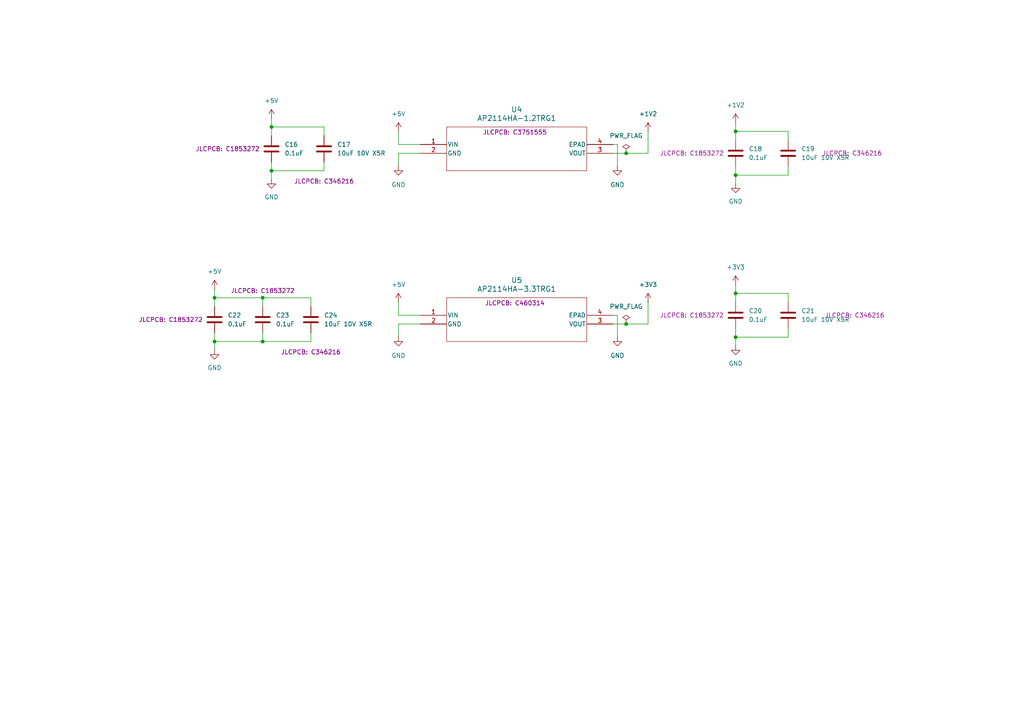
<source format=kicad_sch>
(kicad_sch (version 20231120) (generator "eeschema") (generator_version "8.0")
  (paper "A4")
  (lib_symbols
    (symbol "Device:C" (pin_numbers hide) (pin_names (offset 0.254))
      (property "Reference" "C" (at 0.635 2.54 0))
      (property "Value" "C" (at 0.635 -2.54 0))
      (symbol "C_0_1"
        (polyline (pts (xy -2.032 -0.762) (xy 2.032 -0.762)) (stroke (width 0.508)))
        (polyline (pts (xy -2.032 0.762) (xy 2.032 0.762)) (stroke (width 0.508)))
      )
      (symbol "C_1_1"
        (pin passive line (at 0 3.81 270) (length 2.794) (name "~") (number "1"))
        (pin passive line (at 0 -3.81 90) (length 2.794) (name "~") (number "2"))
      )
    )
    (symbol "Diodes:AP2114HA-1.2TRG1" (pin_names (offset 0.254))
      (property "Reference" "U" (at 27.94 10.16 0))
      (property "Value" "AP2114HA-1.2TRG1" (at 27.94 7.62 0))
      (symbol "AP2114HA-1.2TRG1_0_1"
        (polyline (pts (xy 7.62 -7.62) (xy 48.26 -7.62)) (stroke (width 0.127)))
        (polyline (pts (xy 7.62 5.08) (xy 7.62 -7.62)) (stroke (width 0.127)))
        (polyline (pts (xy 48.26 -7.62) (xy 48.26 5.08)) (stroke (width 0.127)))
        (polyline (pts (xy 48.26 5.08) (xy 7.62 5.08)) (stroke (width 0.127)))
        (pin input line (at 0 0 0) (length 7.62) (name "VIN") (number "1"))
        (pin power_in line (at 0 -2.54 0) (length 7.62) (name "GND") (number "2"))
        (pin output line (at 55.88 -2.54 180) (length 7.62) (name "VOUT") (number "3"))
        (pin unspecified line (at 55.88 0 180) (length 7.62) (name "EPAD") (number "4"))
      )
    )
    (symbol "power:+1V2" (power) (pin_numbers hide) (pin_names (offset 0) hide)
      (property "Value" "+1V2" (at 0 3.556 0))
      (symbol "+1V2_0_1"
        (polyline (pts (xy -0.762 1.27) (xy 0 2.54)))
        (polyline (pts (xy 0 0) (xy 0 2.54)))
        (polyline (pts (xy 0 2.54) (xy 0.762 1.27)))
      )
      (symbol "+1V2_1_1"
        (pin power_in line (at 0 0 90) (length 0) (name "~") (number "1"))
      )
    )
    (symbol "power:+3.3V" (power) (pin_numbers hide) (pin_names (offset 0) hide)
      (property "Value" "+3.3V" (at 0 3.556 0))
      (symbol "+3.3V_0_1"
        (polyline (pts (xy -0.762 1.27) (xy 0 2.54)))
        (polyline (pts (xy 0 0) (xy 0 2.54)))
        (polyline (pts (xy 0 2.54) (xy 0.762 1.27)))
      )
      (symbol "+3.3V_1_1"
        (pin power_in line (at 0 0 90) (length 0) (name "~") (number "1"))
      )
    )
    (symbol "power:+5V" (power) (pin_numbers hide) (pin_names (offset 0) hide)
      (property "Value" "+5V" (at 0 3.556 0))
      (symbol "+5V_0_1"
        (polyline (pts (xy -0.762 1.27) (xy 0 2.54)))
        (polyline (pts (xy 0 0) (xy 0 2.54)))
        (polyline (pts (xy 0 2.54) (xy 0.762 1.27)))
      )
      (symbol "+5V_1_1"
        (pin power_in line (at 0 0 90) (length 0) (name "~") (number "1"))
      )
    )
    (symbol "power:GND" (power) (pin_numbers hide) (pin_names (offset 0) hide)
      (property "Value" "GND" (at 0 -3.81 0))
      (symbol "GND_0_1"
        (polyline (pts (xy 0 0) (xy 0 -1.27) (xy 1.27 -1.27) (xy 0 -2.54) (xy -1.27 -1.27) (xy 0 -1.27)))
      )
      (symbol "GND_1_1"
        (pin power_in line (at 0 0 270) (length 0) (name "~") (number "1"))
      )
    )
    (symbol "power:PWR_FLAG" (power) (pin_numbers hide) (pin_names (offset 0) hide)
      (property "Value" "PWR_FLAG" (at 0 3.81 0))
      (symbol "PWR_FLAG_0_0"
        (pin power_out line (at 0 0 90) (length 0) (name "~") (number "1"))
      )
      (symbol "PWR_FLAG_0_1"
        (polyline (pts (xy 0 0) (xy 0 1.27) (xy -1.016 1.905) (xy 0 2.54) (xy 1.016 1.905) (xy 0 1.27)))
      )
    )
  )
  (junction (at 76.2 86.36))
  (junction (at 62.23 86.36))
  (junction (at 181.61 93.98))
  (junction (at 78.74 36.83))
  (junction (at 76.2 99.06))
  (junction (at 213.36 38.1))
  (junction (at 78.74 49.53))
  (junction (at 213.36 97.79))
  (junction (at 213.36 85.09))
  (junction (at 62.23 99.06))
  (junction (at 181.61 44.45))
  (junction (at 213.36 50.8))
  (wire (pts (xy 213.36 38.1) (xy 213.36 40.64)))
  (wire (pts (xy 90.17 96.52) (xy 90.17 99.06)))
  (wire (pts (xy 213.36 97.79) (xy 228.6 97.79)))
  (wire (pts (xy 179.07 41.91) (xy 179.07 48.26)))
  (wire (pts (xy 90.17 88.9) (xy 90.17 86.36)))
  (wire (pts (xy 62.23 86.36) (xy 62.23 88.9)))
  (wire (pts (xy 78.74 36.83) (xy 78.74 39.37)))
  (wire (pts (xy 187.96 93.98) (xy 187.96 87.63)))
  (wire (pts (xy 93.98 39.37) (xy 93.98 36.83)))
  (wire (pts (xy 78.74 46.99) (xy 78.74 49.53)))
  (wire (pts (xy 121.92 41.91) (xy 115.57 41.91)))
  (wire (pts (xy 121.92 44.45) (xy 115.57 44.45)))
  (wire (pts (xy 78.74 36.83) (xy 93.98 36.83)))
  (wire (pts (xy 93.98 46.99) (xy 93.98 49.53)))
  (wire (pts (xy 115.57 91.44) (xy 115.57 87.63)))
  (wire (pts (xy 177.8 93.98) (xy 181.61 93.98)))
  (wire (pts (xy 78.74 49.53) (xy 78.74 52.07)))
  (wire (pts (xy 213.36 85.09) (xy 228.6 85.09)))
  (wire (pts (xy 179.07 91.44) (xy 179.07 97.79)))
  (wire (pts (xy 76.2 99.06) (xy 90.17 99.06)))
  (wire (pts (xy 177.8 41.91) (xy 179.07 41.91)))
  (wire (pts (xy 213.36 85.09) (xy 213.36 87.63)))
  (wire (pts (xy 213.36 35.56) (xy 213.36 38.1)))
  (wire (pts (xy 76.2 96.52) (xy 76.2 99.06)))
  (wire (pts (xy 181.61 93.98) (xy 187.96 93.98)))
  (wire (pts (xy 121.92 93.98) (xy 115.57 93.98)))
  (wire (pts (xy 228.6 95.25) (xy 228.6 97.79)))
  (wire (pts (xy 121.92 91.44) (xy 115.57 91.44)))
  (wire (pts (xy 62.23 86.36) (xy 76.2 86.36)))
  (wire (pts (xy 115.57 93.98) (xy 115.57 97.79)))
  (wire (pts (xy 62.23 99.06) (xy 62.23 101.6)))
  (wire (pts (xy 177.8 91.44) (xy 179.07 91.44)))
  (wire (pts (xy 62.23 99.06) (xy 76.2 99.06)))
  (wire (pts (xy 228.6 87.63) (xy 228.6 85.09)))
  (wire (pts (xy 213.36 95.25) (xy 213.36 97.79)))
  (wire (pts (xy 213.36 82.55) (xy 213.36 85.09)))
  (wire (pts (xy 187.96 44.45) (xy 187.96 38.1)))
  (wire (pts (xy 115.57 41.91) (xy 115.57 38.1)))
  (wire (pts (xy 213.36 38.1) (xy 228.6 38.1)))
  (wire (pts (xy 213.36 50.8) (xy 228.6 50.8)))
  (wire (pts (xy 228.6 40.64) (xy 228.6 38.1)))
  (wire (pts (xy 76.2 86.36) (xy 76.2 88.9)))
  (wire (pts (xy 213.36 50.8) (xy 213.36 53.34)))
  (wire (pts (xy 228.6 48.26) (xy 228.6 50.8)))
  (wire (pts (xy 76.2 86.36) (xy 90.17 86.36)))
  (wire (pts (xy 177.8 44.45) (xy 181.61 44.45)))
  (wire (pts (xy 213.36 97.79) (xy 213.36 100.33)))
  (wire (pts (xy 62.23 96.52) (xy 62.23 99.06)))
  (wire (pts (xy 78.74 49.53) (xy 93.98 49.53)))
  (wire (pts (xy 62.23 83.82) (xy 62.23 86.36)))
  (wire (pts (xy 115.57 44.45) (xy 115.57 48.26)))
  (wire (pts (xy 78.74 34.29) (xy 78.74 36.83)))
  (wire (pts (xy 181.61 44.45) (xy 187.96 44.45)))
  (wire (pts (xy 213.36 48.26) (xy 213.36 50.8)))
  (symbol (lib_id "power:+3.3V") (at 187.96 87.63 0) (unit 1)
    (property "Reference" "#PWR027" (effects (hide yes)))
    (property "Value" "+3V3" (at 187.96 82.55 0))
    (property "Description" "Power symbol creates a global label with name \"+3.3V\"" (effects (hide yes)))
  )
  (symbol (lib_id "power:GND") (at 179.07 48.26 0) (unit 1)
    (property "Reference" "#PWR020" (effects (hide yes)))
    (property "Value" "GND" (at 179.07 53.594 0))
    (property "Description" "Power symbol creates a global label with name \"GND\" , ground" (effects (hide yes)))
  )
  (symbol (lib_id "Device:C") (at 90.17 92.71 0) (unit 1)
    (property "Reference" "C24" (at 93.98 91.4399 0) (effects (justify left)))
    (property "Value" "10uF 10V X5R" (at 93.98 93.9799 0) (effects (justify left)))
    (property "Footprint" "Capacitor_SMD:C_0805_2012Metric" (effects (hide yes)))
    (property "Description" "Unpolarized capacitor" (effects (hide yes)))
    (property "JLCPCB" "C346216" (at 90.17 102.108 0) (show_name yes))
  )
  (symbol (lib_id "power:+5V") (at 115.57 38.1 0) (unit 1)
    (property "Reference" "#PWR015" (effects (hide yes)))
    (property "Value" "+5V" (at 115.57 33.02 0))
    (property "Description" "Power symbol creates a global label with name \"+5V\"" (effects (hide yes)))
  )
  (symbol (lib_id "power:+1V2") (at 213.36 35.56 0) (unit 1)
    (property "Reference" "#PWR023" (effects (hide yes)))
    (property "Value" "+1V2" (at 213.36 30.48 0))
    (property "Description" "Power symbol creates a global label with name \"+1V2\"" (effects (hide yes)))
  )
  (symbol (lib_id "Diodes:AP2114HA-1.2TRG1") (at 121.92 41.91 0) (unit 1)
    (property "Reference" "U4" (at 149.86 31.75 0) (effects (font (size 1.524 1.524))))
    (property "Value" "AP2114HA-1.2TRG1" (at 149.86 34.29 0) (effects (font (size 1.524 1.524))))
    (property "Footprint" "Package_TO_SOT_SMD:SOT-223" (effects (hide yes)))
    (property "Datasheet" "AP2114HA-1.2TRG1" (effects (hide yes)))
    (property "JLCPCB" "C3751555" (at 149.352 38.354 0) (show_name yes))
  )
  (symbol (lib_id "power:GND") (at 213.36 100.33 0) (unit 1)
    (property "Reference" "#PWR033" (effects (hide yes)))
    (property "Value" "GND" (at 213.36 105.41 0))
    (property "Description" "Power symbol creates a global label with name \"GND\" , ground" (effects (hide yes)))
  )
  (symbol (lib_id "Device:C") (at 213.36 91.44 0) (unit 1)
    (property "Reference" "C20" (at 217.17 90.1699 0) (effects (justify left)))
    (property "Value" "0.1uF" (at 217.17 92.7099 0) (effects (justify left)))
    (property "Footprint" "Capacitor_SMD:C_0402_1005Metric" (effects (hide yes)))
    (property "Description" "Unpolarized capacitor" (effects (hide yes)))
    (property "JLCPCB" "C1853272" (at 200.66 91.44 0) (show_name yes))
  )
  (symbol (lib_id "power:PWR_FLAG") (at 181.61 93.98 0) (unit 1)
    (property "Reference" "#FLG02" (effects (hide yes)))
    (property "Value" "PWR_FLAG" (at 181.61 88.9 0))
    (property "Description" "Special symbol for telling ERC where power comes from" (effects (hide yes)))
  )
  (symbol (lib_id "Diodes:AP2114HA-1.2TRG1") (at 121.92 91.44 0) (unit 1)
    (property "Reference" "U5" (at 149.86 81.28 0) (effects (font (size 1.524 1.524))))
    (property "Value" "AP2114HA-3.3TRG1" (at 149.86 83.82 0) (effects (font (size 1.524 1.524))))
    (property "Footprint" "Package_TO_SOT_SMD:SOT-223" (effects (hide yes)))
    (property "Datasheet" "AP2114HA-3.3TRG1" (effects (hide yes)))
    (property "JLCPCB" "C460314" (at 149.352 87.884 0) (show_name yes))
  )
  (symbol (lib_id "Device:C") (at 78.74 43.18 0) (unit 1)
    (property "Reference" "C16" (at 82.55 41.9099 0) (effects (justify left)))
    (property "Value" "0.1uF" (at 82.55 44.4499 0) (effects (justify left)))
    (property "Footprint" "Capacitor_SMD:C_0402_1005Metric" (effects (hide yes)))
    (property "Description" "Unpolarized capacitor" (effects (hide yes)))
    (property "JLCPCB" "C1853272" (at 66.04 43.18 0) (show_name yes))
  )
  (symbol (lib_id "power:+1V2") (at 187.96 38.1 0) (unit 1)
    (property "Reference" "#PWR016" (effects (hide yes)))
    (property "Value" "+1V2" (at 187.96 33.02 0))
    (property "Description" "Power symbol creates a global label with name \"+1V2\"" (effects (hide yes)))
  )
  (symbol (lib_id "power:GND") (at 213.36 53.34 0) (unit 1)
    (property "Reference" "#PWR025" (effects (hide yes)))
    (property "Value" "GND" (at 213.36 58.42 0))
    (property "Description" "Power symbol creates a global label with name \"GND\" , ground" (effects (hide yes)))
  )
  (symbol (lib_id "Device:C") (at 228.6 91.44 0) (unit 1)
    (property "Reference" "C21" (at 232.41 90.1699 0) (effects (justify left)))
    (property "Value" "10uF 10V X5R" (at 232.41 92.7099 0) (effects (justify left)))
    (property "Footprint" "Capacitor_SMD:C_0805_2012Metric" (effects (hide yes)))
    (property "Description" "Unpolarized capacitor" (effects (hide yes)))
    (property "JLCPCB" "C346216" (at 247.904 91.44 0) (show_name yes))
  )
  (symbol (lib_id "power:PWR_FLAG") (at 181.61 44.45 0) (unit 1)
    (property "Reference" "#FLG01" (effects (hide yes)))
    (property "Value" "PWR_FLAG" (at 181.61 39.37 0))
    (property "Description" "Special symbol for telling ERC where power comes from" (effects (hide yes)))
  )
  (symbol (lib_id "power:+3.3V") (at 213.36 82.55 0) (unit 1)
    (property "Reference" "#PWR031" (effects (hide yes)))
    (property "Value" "+3V3" (at 213.36 77.47 0))
    (property "Description" "Power symbol creates a global label with name \"+3.3V\"" (effects (hide yes)))
  )
  (symbol (lib_id "power:GND") (at 78.74 52.07 0) (unit 1)
    (property "Reference" "#PWR024" (effects (hide yes)))
    (property "Value" "GND" (at 78.74 57.15 0))
    (property "Description" "Power symbol creates a global label with name \"GND\" , ground" (effects (hide yes)))
  )
  (symbol (lib_id "Device:C") (at 228.6 44.45 0) (unit 1)
    (property "Reference" "C19" (at 232.41 43.1799 0) (effects (justify left)))
    (property "Value" "10uF 10V X5R" (at 232.41 45.7199 0) (effects (justify left)))
    (property "Footprint" "Capacitor_SMD:C_0805_2012Metric" (effects (hide yes)))
    (property "Description" "Unpolarized capacitor" (effects (hide yes)))
    (property "JLCPCB" "C346216" (at 247.142 44.45 0) (show_name yes))
  )
  (symbol (lib_id "Device:C") (at 93.98 43.18 0) (unit 1)
    (property "Reference" "C17" (at 97.79 41.9099 0) (effects (justify left)))
    (property "Value" "10uF 10V X5R" (at 97.79 44.4499 0) (effects (justify left)))
    (property "Footprint" "Capacitor_SMD:C_0805_2012Metric" (effects (hide yes)))
    (property "Description" "Unpolarized capacitor" (effects (hide yes)))
    (property "JLCPCB" "C346216" (at 93.98 52.578 0) (show_name yes))
  )
  (symbol (lib_id "power:GND") (at 115.57 97.79 0) (unit 1)
    (property "Reference" "#PWR028" (effects (hide yes)))
    (property "Value" "GND" (at 115.57 103.124 0))
    (property "Description" "Power symbol creates a global label with name \"GND\" , ground" (effects (hide yes)))
  )
  (symbol (lib_id "power:+5V") (at 115.57 87.63 0) (unit 1)
    (property "Reference" "#PWR026" (effects (hide yes)))
    (property "Value" "+5V" (at 115.57 82.55 0))
    (property "Description" "Power symbol creates a global label with name \"+5V\"" (effects (hide yes)))
  )
  (symbol (lib_id "Device:C") (at 76.2 92.71 0) (unit 1)
    (property "Reference" "C23" (at 80.01 91.4399 0) (effects (justify left)))
    (property "Value" "0.1uF" (at 80.01 93.9799 0) (effects (justify left)))
    (property "Footprint" "Capacitor_SMD:C_0402_1005Metric" (effects (hide yes)))
    (property "Description" "Unpolarized capacitor" (effects (hide yes)))
    (property "JLCPCB" "C1853272" (at 76.2 84.328 0) (show_name yes))
  )
  (symbol (lib_id "power:GND") (at 115.57 48.26 0) (unit 1)
    (property "Reference" "#PWR017" (effects (hide yes)))
    (property "Value" "GND" (at 115.57 53.594 0))
    (property "Description" "Power symbol creates a global label with name \"GND\" , ground" (effects (hide yes)))
  )
  (symbol (lib_id "Device:C") (at 213.36 44.45 0) (unit 1)
    (property "Reference" "C18" (at 217.17 43.1799 0) (effects (justify left)))
    (property "Value" "0.1uF" (at 217.17 45.7199 0) (effects (justify left)))
    (property "Footprint" "Capacitor_SMD:C_0402_1005Metric" (effects (hide yes)))
    (property "Description" "Unpolarized capacitor" (effects (hide yes)))
    (property "JLCPCB" "C1853272" (at 200.66 44.45 0) (show_name yes))
  )
  (symbol (lib_id "Device:C") (at 62.23 92.71 0) (unit 1)
    (property "Reference" "C22" (at 66.04 91.4399 0) (effects (justify left)))
    (property "Value" "0.1uF" (at 66.04 93.9799 0) (effects (justify left)))
    (property "Footprint" "Capacitor_SMD:C_0402_1005Metric" (effects (hide yes)))
    (property "Description" "Unpolarized capacitor" (effects (hide yes)))
    (property "JLCPCB" "C1853272" (at 49.53 92.71 0) (show_name yes))
  )
  (symbol (lib_id "power:+5V") (at 62.23 83.82 0) (unit 1)
    (property "Reference" "#PWR029" (effects (hide yes)))
    (property "Value" "+5V" (at 62.23 78.74 0))
    (property "Description" "Power symbol creates a global label with name \"+5V\"" (effects (hide yes)))
  )
  (symbol (lib_id "power:+5V") (at 78.74 34.29 0) (unit 1)
    (property "Reference" "#PWR021" (effects (hide yes)))
    (property "Value" "+5V" (at 78.74 29.21 0))
    (property "Description" "Power symbol creates a global label with name \"+5V\"" (effects (hide yes)))
  )
  (symbol (lib_id "power:GND") (at 179.07 97.79 0) (unit 1)
    (property "Reference" "#PWR032" (effects (hide yes)))
    (property "Value" "GND" (at 179.07 103.124 0))
    (property "Description" "Power symbol creates a global label with name \"GND\" , ground" (effects (hide yes)))
  )
  (symbol (lib_id "power:GND") (at 62.23 101.6 0) (unit 1)
    (property "Reference" "#PWR030" (effects (hide yes)))
    (property "Value" "GND" (at 62.23 106.68 0))
    (property "Description" "Power symbol creates a global label with name \"GND\" , ground" (effects (hide yes)))
  )
)
</source>
